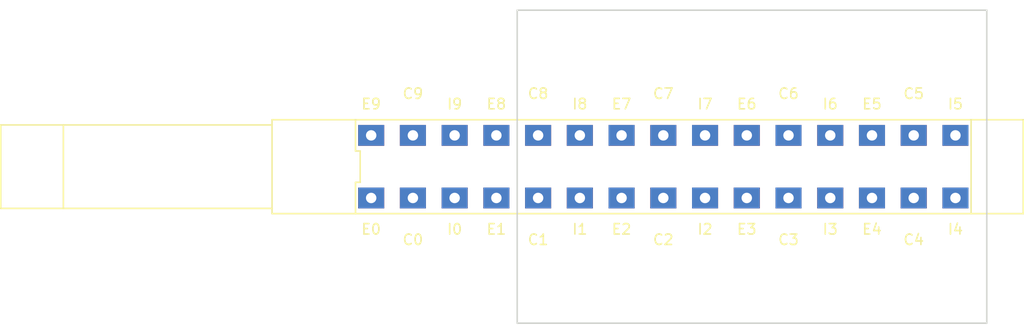
<source format=kicad_pcb>
(kicad_pcb (version 20160815) (host pcbnew no-vcs-found-7434~57~ubuntu16.04.1)

  (general
    (links 0)
    (no_connects 0)
    (area 65.224999 98.3425 167.132143 133.7925)
    (thickness 1.6)
    (drawings 4)
    (tracks 0)
    (zones 0)
    (modules 7)
    (nets 1)
  )

  (page A4)
  (layers
    (0 F.Cu signal)
    (31 B.Cu signal)
    (37 F.SilkS user)
    (44 Edge.Cuts user)
    (45 Margin user)
    (49 F.Fab user)
  )

  (setup
    (last_trace_width 0.25)
    (trace_clearance 0.2)
    (zone_clearance 0.508)
    (zone_45_only no)
    (trace_min 0.2)
    (segment_width 0.2)
    (edge_width 0.15)
    (via_size 0.8)
    (via_drill 0.4)
    (via_min_size 0.4)
    (via_min_drill 0.3)
    (uvia_size 0.3)
    (uvia_drill 0.1)
    (uvias_allowed no)
    (uvia_min_size 0.2)
    (uvia_min_drill 0.1)
    (pcb_text_width 0.3)
    (pcb_text_size 1.5 1.5)
    (mod_edge_width 0.15)
    (mod_text_size 1 1)
    (mod_text_width 0.15)
    (pad_size 1.524 1.524)
    (pad_drill 0.762)
    (pad_to_mask_clearance 0.2)
    (aux_axis_origin 0 0)
    (grid_origin 115 91)
    (visible_elements FFFFFF7F)
    (pcbplotparams
      (layerselection 0x00020_7ffffffe)
      (usegerberextensions false)
      (excludeedgelayer true)
      (linewidth 0.050000)
      (plotframeref false)
      (viasonmask false)
      (mode 1)
      (useauxorigin false)
      (hpglpennumber 1)
      (hpglpenspeed 20)
      (hpglpendiameter 15)
      (psnegative false)
      (psa4output false)
      (plotreference true)
      (plotvalue true)
      (plotinvisibletext false)
      (padsonsilk false)
      (subtractmaskfromsilk false)
      (outputformat 1)
      (mirror false)
      (drillshape 0)
      (scaleselection 1)
      (outputdirectory Gerber))
  )

  (net 0 "")

  (net_class Default "This is the default net class."
    (clearance 0.2)
    (trace_width 0.25)
    (via_dia 0.8)
    (via_drill 0.4)
    (uvia_dia 0.3)
    (uvia_drill 0.1)
  )

  (module Mounting_Holes:MountingHole_3.2mm_M3 (layer F.Cu) (tedit 5871658C) (tstamp 58722468)
    (at 137.5 128.5)
    (descr "Mounting Hole 3.2mm, no annular, M3")
    (tags "mounting hole 3.2mm no annular m3")
    (fp_text reference REF** (at 0 -4.2) (layer F.SilkS) hide
      (effects (font (size 1 1) (thickness 0.15)))
    )
    (fp_text value MountingHole_3.2mm_M3 (at 0 4.2) (layer F.Fab) hide
      (effects (font (size 1 1) (thickness 0.15)))
    )
    (fp_circle (center 0 0) (end 3.2 0) (layer Cmts.User) (width 0.15))
    (fp_circle (center 0 0) (end 3.45 0) (layer F.CrtYd) (width 0.05))
    (pad 1 np_thru_hole circle (at 0 0) (size 3.2 3.2) (drill 3.2) (layers *.Cu *.Mask))
  )

  (module Mounting_Holes:MountingHole_3.2mm_M3 (layer F.Cu) (tedit 5871658C) (tstamp 58722462)
    (at 137.5 103.5)
    (descr "Mounting Hole 3.2mm, no annular, M3")
    (tags "mounting hole 3.2mm no annular m3")
    (fp_text reference REF** (at 0 -4.2) (layer F.SilkS) hide
      (effects (font (size 1 1) (thickness 0.15)))
    )
    (fp_text value MountingHole_3.2mm_M3 (at 0 4.2) (layer F.Fab) hide
      (effects (font (size 1 1) (thickness 0.15)))
    )
    (fp_circle (center 0 0) (end 3.45 0) (layer F.CrtYd) (width 0.05))
    (fp_circle (center 0 0) (end 3.2 0) (layer Cmts.User) (width 0.15))
    (pad 1 np_thru_hole circle (at 0 0) (size 3.2 3.2) (drill 3.2) (layers *.Cu *.Mask))
  )

  (module Mounting_Holes:MountingHole_3.2mm_M3 (layer F.Cu) (tedit 5871658C) (tstamp 5872245C)
    (at 117.5 103.5)
    (descr "Mounting Hole 3.2mm, no annular, M3")
    (tags "mounting hole 3.2mm no annular m3")
    (fp_text reference REF** (at 0 -4.2) (layer F.SilkS) hide
      (effects (font (size 1 1) (thickness 0.15)))
    )
    (fp_text value MountingHole_3.2mm_M3 (at 0 4.2) (layer F.Fab) hide
      (effects (font (size 1 1) (thickness 0.15)))
    )
    (fp_circle (center 0 0) (end 3.2 0) (layer Cmts.User) (width 0.15))
    (fp_circle (center 0 0) (end 3.45 0) (layer F.CrtYd) (width 0.05))
    (pad 1 np_thru_hole circle (at 0 0) (size 3.2 3.2) (drill 3.2) (layers *.Cu *.Mask))
  )

  (module Mounting_Holes:MountingHole_3.2mm_M3 (layer F.Cu) (tedit 5871658C) (tstamp 5872244A)
    (at 157.5 103.5)
    (descr "Mounting Hole 3.2mm, no annular, M3")
    (tags "mounting hole 3.2mm no annular m3")
    (fp_text reference REF** (at 0 -4.2) (layer F.SilkS) hide
      (effects (font (size 1 1) (thickness 0.15)))
    )
    (fp_text value MountingHole_3.2mm_M3 (at 0 4.2) (layer F.Fab) hide
      (effects (font (size 1 1) (thickness 0.15)))
    )
    (fp_circle (center 0 0) (end 3.45 0) (layer F.CrtYd) (width 0.05))
    (fp_circle (center 0 0) (end 3.2 0) (layer Cmts.User) (width 0.15))
    (pad 1 np_thru_hole circle (at 0 0) (size 3.2 3.2) (drill 3.2) (layers *.Cu *.Mask))
  )

  (module Mounting_Holes:MountingHole_3.2mm_M3 (layer F.Cu) (tedit 5871658C) (tstamp 58722444)
    (at 157.5 128.5)
    (descr "Mounting Hole 3.2mm, no annular, M3")
    (tags "mounting hole 3.2mm no annular m3")
    (fp_text reference REF** (at 0 -4.2) (layer F.SilkS) hide
      (effects (font (size 1 1) (thickness 0.15)))
    )
    (fp_text value MountingHole_3.2mm_M3 (at 0 4.2) (layer F.Fab) hide
      (effects (font (size 1 1) (thickness 0.15)))
    )
    (fp_circle (center 0 0) (end 3.2 0) (layer Cmts.User) (width 0.15))
    (fp_circle (center 0 0) (end 3.45 0) (layer F.CrtYd) (width 0.05))
    (pad 1 np_thru_hole circle (at 0 0) (size 3.2 3.2) (drill 3.2) (layers *.Cu *.Mask))
  )

  (module Mounting_Holes:MountingHole_3.2mm_M3 (layer F.Cu) (tedit 5871658C) (tstamp 5872242A)
    (at 117.5 128.5)
    (descr "Mounting Hole 3.2mm, no annular, M3")
    (tags "mounting hole 3.2mm no annular m3")
    (fp_text reference REF** (at 0 -4.2) (layer F.SilkS) hide
      (effects (font (size 1 1) (thickness 0.15)))
    )
    (fp_text value MountingHole_3.2mm_M3 (at 0 4.2) (layer F.Fab) hide
      (effects (font (size 1 1) (thickness 0.15)))
    )
    (fp_circle (center 0 0) (end 3.45 0) (layer F.CrtYd) (width 0.05))
    (fp_circle (center 0 0) (end 3.2 0) (layer Cmts.User) (width 0.15))
    (pad 1 np_thru_hole circle (at 0 0) (size 3.2 3.2) (drill 3.2) (layers *.Cu *.Mask))
  )

  (module 330L:10PDT (layer F.Cu) (tedit 58716976) (tstamp 58716D2C)
    (at 129 116)
    (fp_text reference REF** (at -30.5 0 90) (layer F.SilkS) hide
      (effects (font (size 1 1) (thickness 0.15)))
    )
    (fp_text value 10PDT (at 0 0) (layer F.Fab)
      (effects (font (size 1 1) (thickness 0.15)))
    )
    (fp_line (start -29.5 4.499999) (end 29.5 4.5) (layer F.SilkS) (width 0.15))
    (fp_line (start 29.5 4.5) (end 29.5 -4.499999) (layer F.SilkS) (width 0.15))
    (fp_line (start 29.5 -4.499999) (end -29.5 -4.5) (layer F.SilkS) (width 0.15))
    (fp_line (start -29.5 -4.5) (end -29.5 -1.5) (layer F.SilkS) (width 0.15))
    (fp_line (start -29.5 -1.5) (end -29.05 -1.5) (layer F.SilkS) (width 0.15))
    (fp_line (start -29.05 -1.5) (end -29.05 1.499999) (layer F.SilkS) (width 0.15))
    (fp_line (start -29.05 1.499999) (end -29.5 1.499999) (layer F.SilkS) (width 0.15))
    (fp_line (start -29.5 1.499999) (end -29.5 4.499999) (layer F.SilkS) (width 0.15))
    (fp_line (start -29.65 -4.65) (end 29.65 -4.65) (layer F.CrtYd) (width 0.05))
    (fp_line (start 29.65 -4.65) (end 29.65 4.65) (layer F.CrtYd) (width 0.05))
    (fp_line (start 29.65 4.65) (end -29.65 4.65) (layer F.CrtYd) (width 0.05))
    (fp_line (start -29.65 4.65) (end -29.65 -4.65) (layer F.CrtYd) (width 0.05))
    (fp_text user C0 (at -24 7) (layer F.SilkS)
      (effects (font (size 1 1) (thickness 0.15)))
    )
    (fp_text user C1 (at -12 7) (layer F.SilkS)
      (effects (font (size 1 1) (thickness 0.15)))
    )
    (fp_text user C2 (at 0 7) (layer F.SilkS)
      (effects (font (size 1 1) (thickness 0.15)))
    )
    (fp_text user C3 (at 12 7) (layer F.SilkS)
      (effects (font (size 1 1) (thickness 0.15)))
    )
    (fp_text user C4 (at 24 7) (layer F.SilkS)
      (effects (font (size 1 1) (thickness 0.15)))
    )
    (fp_text user C5 (at 24 -7) (layer F.SilkS)
      (effects (font (size 1 1) (thickness 0.15)))
    )
    (fp_text user C6 (at 12 -7) (layer F.SilkS)
      (effects (font (size 1 1) (thickness 0.15)))
    )
    (fp_text user C7 (at 0 -7) (layer F.SilkS)
      (effects (font (size 1 1) (thickness 0.15)))
    )
    (fp_text user C8 (at -12 -7) (layer F.SilkS)
      (effects (font (size 1 1) (thickness 0.15)))
    )
    (fp_text user C9 (at -24 -7) (layer F.SilkS)
      (effects (font (size 1 1) (thickness 0.15)))
    )
    (fp_text user E0 (at -28 6) (layer F.SilkS)
      (effects (font (size 1 1) (thickness 0.15)))
    )
    (fp_text user E9 (at -28 -6) (layer F.SilkS)
      (effects (font (size 1 1) (thickness 0.15)))
    )
    (fp_text user E8 (at -16 -6) (layer F.SilkS)
      (effects (font (size 1 1) (thickness 0.15)))
    )
    (fp_text user E1 (at -16 6) (layer F.SilkS)
      (effects (font (size 1 1) (thickness 0.15)))
    )
    (fp_text user E2 (at -4 6) (layer F.SilkS)
      (effects (font (size 1 1) (thickness 0.15)))
    )
    (fp_text user E7 (at -4 -6) (layer F.SilkS)
      (effects (font (size 1 1) (thickness 0.15)))
    )
    (fp_text user E6 (at 8 -6) (layer F.SilkS)
      (effects (font (size 1 1) (thickness 0.15)))
    )
    (fp_text user E3 (at 8 6) (layer F.SilkS)
      (effects (font (size 1 1) (thickness 0.15)))
    )
    (fp_text user E4 (at 20 6) (layer F.SilkS)
      (effects (font (size 1 1) (thickness 0.15)))
    )
    (fp_text user E5 (at 20 -6) (layer F.SilkS)
      (effects (font (size 1 1) (thickness 0.15)))
    )
    (fp_text user I9 (at -20 -6) (layer F.SilkS)
      (effects (font (size 1 1) (thickness 0.15)))
    )
    (fp_text user I0 (at -20 6) (layer F.SilkS)
      (effects (font (size 1 1) (thickness 0.15)))
    )
    (fp_text user I1 (at -8 6) (layer F.SilkS)
      (effects (font (size 1 1) (thickness 0.15)))
    )
    (fp_text user I2 (at 4 6) (layer F.SilkS)
      (effects (font (size 1 1) (thickness 0.15)))
    )
    (fp_text user I3 (at 16 6) (layer F.SilkS)
      (effects (font (size 1 1) (thickness 0.15)))
    )
    (fp_text user I4 (at 28 6) (layer F.SilkS)
      (effects (font (size 1 1) (thickness 0.15)))
    )
    (fp_text user I5 (at 28 -6) (layer F.SilkS)
      (effects (font (size 1 1) (thickness 0.15)))
    )
    (fp_text user I6 (at 16 -6) (layer F.SilkS)
      (effects (font (size 1 1) (thickness 0.15)))
    )
    (fp_text user I7 (at 4 -6) (layer F.SilkS)
      (effects (font (size 1 1) (thickness 0.15)))
    )
    (fp_text user I8 (at -8 -6) (layer F.SilkS)
      (effects (font (size 1 1) (thickness 0.15)))
    )
    (fp_line (start 29.5 -4.5) (end 34.5 -4.5) (layer F.SilkS) (width 0.15))
    (fp_line (start 34.5 -4.5) (end 34.5 4.5) (layer F.SilkS) (width 0.15))
    (fp_line (start 34.5 4.5) (end 29.5 4.5) (layer F.SilkS) (width 0.15))
    (fp_line (start -29.5 -4.5) (end -37.5 -4.5) (layer F.SilkS) (width 0.15))
    (fp_line (start -37.5 -4.5) (end -37.5 4.5) (layer F.SilkS) (width 0.15))
    (fp_line (start -37.5 4.5) (end -29.5 4.5) (layer F.SilkS) (width 0.15))
    (fp_line (start -37.5 -4) (end -63.5 -4) (layer F.SilkS) (width 0.15))
    (fp_line (start -63.5 -4) (end -63.5 4) (layer F.SilkS) (width 0.15))
    (fp_line (start -63.5 4) (end -37.5 4) (layer F.SilkS) (width 0.15))
    (fp_line (start -57.5 -4) (end -57.5 4) (layer F.SilkS) (width 0.15))
    (pad 30 thru_hole rect (at -28 -3) (size 2.5 2) (drill 1) (layers *.Cu *.Mask))
    (pad 1 thru_hole rect (at -28 3) (size 2.5 2) (drill 1) (layers *.Cu *.Mask))
    (pad 29 thru_hole rect (at -24 -3) (size 2.5 2) (drill 1) (layers *.Cu *.Mask))
    (pad 2 thru_hole rect (at -24 3) (size 2.5 2) (drill 1) (layers *.Cu *.Mask))
    (pad 28 thru_hole rect (at -20 -3) (size 2.5 2) (drill 1) (layers *.Cu *.Mask))
    (pad 3 thru_hole rect (at -20 3) (size 2.5 2) (drill 1) (layers *.Cu *.Mask))
    (pad 27 thru_hole rect (at -16 -3) (size 2.5 2) (drill 1) (layers *.Cu *.Mask))
    (pad 4 thru_hole rect (at -16 3) (size 2.5 2) (drill 1) (layers *.Cu *.Mask))
    (pad 26 thru_hole rect (at -12 -3) (size 2.5 2) (drill 1) (layers *.Cu *.Mask))
    (pad 5 thru_hole rect (at -12 3) (size 2.5 2) (drill 1) (layers *.Cu *.Mask))
    (pad 25 thru_hole rect (at -8 -3) (size 2.5 2) (drill 1) (layers *.Cu *.Mask))
    (pad 6 thru_hole rect (at -8 3) (size 2.5 2) (drill 1) (layers *.Cu *.Mask))
    (pad 24 thru_hole rect (at -4 -3) (size 2.5 2) (drill 1) (layers *.Cu *.Mask))
    (pad 7 thru_hole rect (at -4 3) (size 2.5 2) (drill 1) (layers *.Cu *.Mask))
    (pad 23 thru_hole rect (at 0 -3) (size 2.5 2) (drill 1) (layers *.Cu *.Mask))
    (pad 8 thru_hole rect (at 0 3) (size 2.5 2) (drill 1) (layers *.Cu *.Mask))
    (pad 22 thru_hole rect (at 4 -3) (size 2.5 2) (drill 1) (layers *.Cu *.Mask))
    (pad 9 thru_hole rect (at 4 3) (size 2.5 2) (drill 1) (layers *.Cu *.Mask))
    (pad 21 thru_hole rect (at 8 -3) (size 2.5 2) (drill 1) (layers *.Cu *.Mask))
    (pad 10 thru_hole rect (at 8 3) (size 2.5 2) (drill 1) (layers *.Cu *.Mask))
    (pad 20 thru_hole rect (at 12 -3) (size 2.5 2) (drill 1) (layers *.Cu *.Mask))
    (pad 11 thru_hole rect (at 12 3) (size 2.5 2) (drill 1) (layers *.Cu *.Mask))
    (pad 19 thru_hole rect (at 16 -3) (size 2.5 2) (drill 1) (layers *.Cu *.Mask))
    (pad 12 thru_hole rect (at 16 3) (size 2.5 2) (drill 1) (layers *.Cu *.Mask))
    (pad 18 thru_hole rect (at 20 -3) (size 2.5 2) (drill 1) (layers *.Cu *.Mask))
    (pad 13 thru_hole rect (at 20 3) (size 2.5 2) (drill 1) (layers *.Cu *.Mask))
    (pad 17 thru_hole rect (at 24 -3) (size 2.5 2) (drill 1) (layers *.Cu *.Mask))
    (pad 14 thru_hole rect (at 24 3) (size 2.5 2) (drill 1) (layers *.Cu *.Mask))
    (pad 16 thru_hole rect (at 28 -3) (size 2.5 2) (drill 1) (layers *.Cu *.Mask))
    (pad 15 thru_hole rect (at 28 3) (size 2.5 2) (drill 1) (layers *.Cu *.Mask))
  )

  (gr_line (start 115 131) (end 115 101) (layer Edge.Cuts) (width 0.15))
  (gr_line (start 160 131) (end 115 131) (layer Edge.Cuts) (width 0.15))
  (gr_line (start 160 101) (end 160 131) (layer Edge.Cuts) (width 0.15))
  (gr_line (start 115 101) (end 160 101) (layer Edge.Cuts) (width 0.15))

)

</source>
